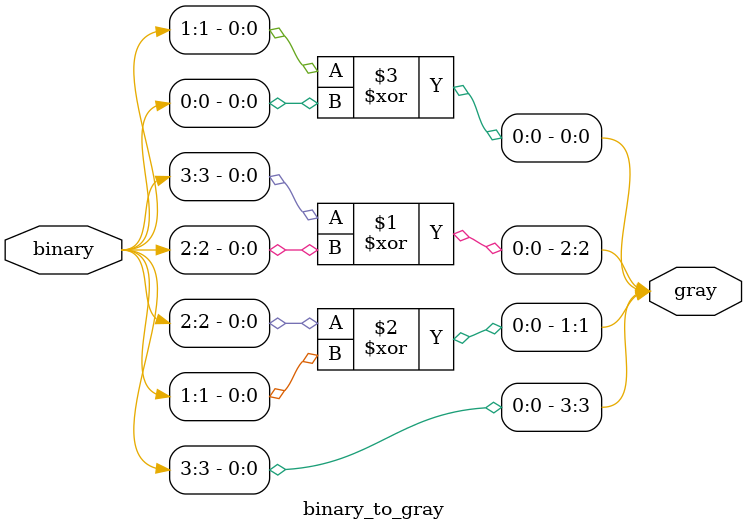
<source format=v>
module binary_to_gray (
    input wire [3:0] binary,
    output wire [3:0] gray
);

assign gray[3] = binary[3];                   // MSB remains same
assign gray[2] = binary[3] ^ binary[2];
assign gray[1] = binary[2] ^ binary[1];
assign gray[0] = binary[1] ^ binary[0];

endmodule
</source>
